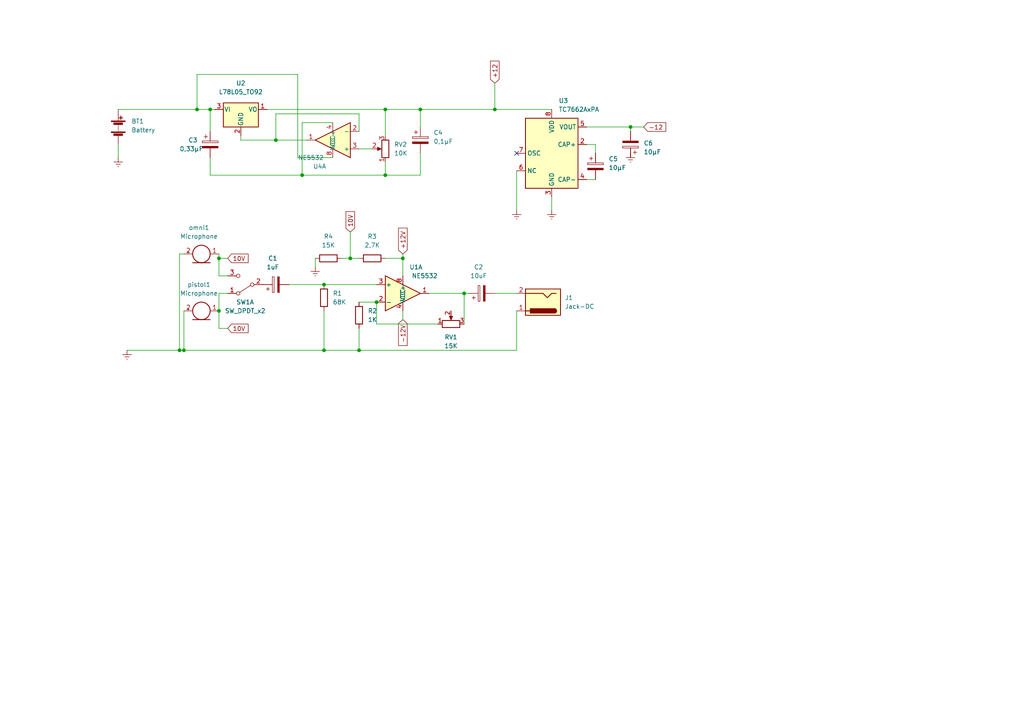
<source format=kicad_sch>
(kicad_sch (version 20211123) (generator eeschema)
  (paper "A4")
  (lib_symbols
    (symbol "Amplifier_Operational:NE5532" (pin_names (offset 0.127))
      (property "Reference" "U1" (at 3.81 7.62 0))
      (property "Value" "NE5532" (at 6.35 5.08 0))
      (symbol "NE5532_1_1"
        (polyline (pts (xy -5.08 5.08) (xy 5.08 0) (xy -5.08 -5.08) (xy -5.08 5.08)) (stroke (width 0.254)) (fill (type background)))
        (pin output line (at 7.62 0 180) (length 2.54) (name "~") (number "1"))
        (pin input line (at -7.62 -2.54 0) (length 2.54) (name "-") (number "2"))
        (pin input line (at -7.62 2.54 0) (length 2.54) (name "+") (number "3"))
        (pin input line (at 0 -5.08 90) (length 2.54) (name "VCC-") (number "4"))
        (pin input line (at 0 5.08 270) (length 2.54) (name "VCC+") (number "8"))
      )
      (symbol "NE5532_2_1"
        (polyline (pts (xy -5.08 5.08) (xy 5.08 0) (xy -5.08 -5.08) (xy -5.08 5.08)) (stroke (width 0.254)) (fill (type background)))
        (pin input line (at -7.62 2.54 0) (length 2.54) (name "+") (number "5"))
        (pin input line (at -7.62 -2.54 0) (length 2.54) (name "-") (number "6"))
        (pin output line (at 7.62 0 180) (length 2.54) (name "~") (number "7"))
      )
      (symbol "NE5532_3_1"
        (pin power_in line (at -2.54 -7.62 90) (length 3.81) (name "V-") (number "4"))
        (pin power_in line (at -2.54 7.62 270) (length 3.81) (name "V+") (number "8"))
      )
    )
    (symbol "Connector:Jack-DC" (pin_names (offset 1.016))
      (property "Reference" "J" (at 0 5.334 0))
      (property "Value" "Jack-DC" (at 0 -5.08 0))
      (symbol "Jack-DC_0_1"
        (rectangle (start -5.08 3.81) (end 5.08 -3.81) (stroke (width 0.254)) (fill (type background)))
        (arc (start -3.302 3.175) (mid -3.937 2.54) (end -3.302 1.905) (stroke (width 0.254)))
        (arc (start -3.302 3.175) (mid -3.937 2.54) (end -3.302 1.905) (stroke (width 0.254)) (fill (type outline)))
        (polyline (pts (xy 5.08 2.54) (xy 3.81 2.54)) (stroke (width 0.254)))
        (polyline (pts (xy -3.81 -2.54) (xy -2.54 -2.54) (xy -1.27 -1.27) (xy 0 -2.54) (xy 2.54 -2.54) (xy 5.08 -2.54)) (stroke (width 0.254)))
        (rectangle (start 3.683 3.175) (end -3.302 1.905) (stroke (width 0.254)) (fill (type outline)))
      )
      (symbol "Jack-DC_1_1"
        (pin passive line (at 7.62 2.54 180) (length 2.54) (name "~") (number "1"))
        (pin passive line (at 7.62 -2.54 180) (length 2.54) (name "~") (number "2"))
      )
    )
    (symbol "Converter_DCDC:TC7662AxPA"
      (property "Reference" "U" (at -6.35 11.43 0))
      (property "Value" "TC7662AxPA" (at 7.62 11.43 0))
      (symbol "TC7662AxPA_0_1"
        (rectangle (start -7.62 10.16) (end 7.62 -10.16) (stroke (width 0.254)) (fill (type background)))
      )
      (symbol "TC7662AxPA_1_1"
        (pin no_connect line (at -7.62 5.08 0) (length 2.54) hide (name "NC") (number "1"))
        (pin passive line (at 10.16 2.54 180) (length 2.54) (name "CAP+") (number "2"))
        (pin power_in line (at 0 -12.7 90) (length 2.54) (name "GND") (number "3"))
        (pin passive line (at 10.16 -7.62 180) (length 2.54) (name "CAP-") (number "4"))
        (pin power_out line (at 10.16 7.62 180) (length 2.54) (name "VOUT") (number "5"))
        (pin passive line (at -10.16 -5.08 0) (length 2.54) (name "NC") (number "6"))
        (pin passive line (at -10.16 0 0) (length 2.54) (name "OSC") (number "7"))
        (pin power_in line (at 0 12.7 270) (length 2.54) (name "VDD") (number "8"))
      )
    )
    (symbol "Device:Battery" (pin_numbers hide) (pin_names (offset 0) hide)
      (property "Reference" "BT" (at 2.54 2.54 0))
      (property "Value" "Battery" (at 2.54 0 0))
      (symbol "Battery_0_1"
        (rectangle (start -2.032 -1.397) (end 2.032 -1.651) (fill (type outline)))
        (rectangle (start -2.032 1.778) (end 2.032 1.524) (fill (type outline)))
        (rectangle (start -1.3208 -1.9812) (end 1.27 -2.4892) (fill (type outline)))
        (rectangle (start -1.3208 1.1938) (end 1.27 0.6858) (fill (type outline)))
        (polyline (pts (xy 0 -1.524) (xy 0 -1.27)))
        (polyline (pts (xy 0 -1.016) (xy 0 -0.762)))
        (polyline (pts (xy 0 -0.508) (xy 0 -0.254)))
        (polyline (pts (xy 0 0) (xy 0 0.254)))
        (polyline (pts (xy 0 0.508) (xy 0 0.762)))
        (polyline (pts (xy 0 1.778) (xy 0 2.54)))
        (polyline (pts (xy 0.254 2.667) (xy 1.27 2.667)) (stroke (width 0.254)))
        (polyline (pts (xy 0.762 3.175) (xy 0.762 2.159)) (stroke (width 0.254)))
      )
      (symbol "Battery_1_1"
        (pin passive line (at 0 5.08 270) (length 2.54) (name "+") (number "1"))
        (pin passive line (at 0 -5.08 90) (length 2.54) (name "-") (number "2"))
      )
    )
    (symbol "Device:C_Polarized" (pin_numbers hide) (pin_names (offset 0.254))
      (property "Reference" "C" (at 0.635 2.54 0))
      (property "Value" "C_Polarized" (at 0.635 -2.54 0))
      (symbol "C_Polarized_0_1"
        (rectangle (start -2.286 0.508) (end 2.286 1.016))
        (polyline (pts (xy -1.778 2.286) (xy -0.762 2.286)))
        (polyline (pts (xy -1.27 2.794) (xy -1.27 1.778)))
        (rectangle (start 2.286 -0.508) (end -2.286 -1.016) (fill (type outline)))
      )
      (symbol "C_Polarized_1_1"
        (pin passive line (at 0 3.81 270) (length 2.794) (name "~") (number "1"))
        (pin passive line (at 0 -3.81 90) (length 2.794) (name "~") (number "2"))
      )
    )
    (symbol "Device:Microphone" (pin_names (offset 0.0254) hide)
      (property "Reference" "MK" (at -3.81 1.27 0))
      (property "Value" "Microphone" (at -3.81 -0.635 0))
      (symbol "Microphone_0_1"
        (polyline (pts (xy -2.54 2.54) (xy -2.54 -2.54)) (stroke (width 0.254)))
        (polyline (pts (xy 0.254 3.81) (xy 0.762 3.81)))
        (polyline (pts (xy 0.508 4.064) (xy 0.508 3.556)))
        (circle (center 0 0) (radius 2.54) (stroke (width 0.254)))
      )
      (symbol "Microphone_1_1"
        (pin passive line (at 0 -5.08 90) (length 2.54) (name "-") (number "1"))
        (pin passive line (at 0 5.08 270) (length 2.54) (name "+") (number "2"))
      )
    )
    (symbol "Device:R" (pin_numbers hide) (pin_names (offset 0))
      (property "Reference" "R" (at 2.032 0 90))
      (property "Value" "R" (at 0 0 90))
      (symbol "R_0_1"
        (rectangle (start -1.016 -2.54) (end 1.016 2.54) (stroke (width 0.254)))
      )
      (symbol "R_1_1"
        (pin passive line (at 0 3.81 270) (length 1.27) (name "~") (number "1"))
        (pin passive line (at 0 -3.81 90) (length 1.27) (name "~") (number "2"))
      )
    )
    (symbol "Device:R_Potentiometer" (pin_names (offset 1.016) hide)
      (property "Reference" "RV" (at -4.445 0 90))
      (property "Value" "R_Potentiometer" (at -2.54 0 90))
      (symbol "R_Potentiometer_0_1"
        (polyline (pts (xy 2.54 0) (xy 1.524 0)))
        (polyline (pts (xy 1.143 0) (xy 2.286 0.508) (xy 2.286 -0.508) (xy 1.143 0)) (fill (type outline)))
        (rectangle (start 1.016 2.54) (end -1.016 -2.54) (stroke (width 0.254)))
      )
      (symbol "R_Potentiometer_1_1"
        (pin passive line (at 0 3.81 270) (length 1.27) (name "1") (number "1"))
        (pin passive line (at 3.81 0 180) (length 1.27) (name "2") (number "2"))
        (pin passive line (at 0 -3.81 90) (length 1.27) (name "3") (number "3"))
      )
    )
    (symbol "Regulator_Linear:L78L05_TO92" (pin_names (offset 0.254))
      (property "Reference" "U" (at -3.81 3.175 0))
      (property "Value" "L78L05_TO92" (at 0 3.175 0))
      (symbol "L78L05_TO92_0_1"
        (rectangle (start -5.08 -5.08) (end 5.08 1.905) (stroke (width 0.254)) (fill (type background)))
      )
      (symbol "L78L05_TO92_1_1"
        (pin power_out line (at 7.62 0 180) (length 2.54) (name "VO") (number "1"))
        (pin power_in line (at 0 -7.62 90) (length 2.54) (name "GND") (number "2"))
        (pin power_in line (at -7.62 0 0) (length 2.54) (name "VI") (number "3"))
      )
    )
    (symbol "Switch:SW_DPDT_x2" (pin_names (offset 0) hide)
      (property "Reference" "SW" (at 0 4.318 0))
      (property "Value" "SW_DPDT_x2" (at 0 -5.08 0))
      (symbol "SW_DPDT_x2_0_0"
        (circle (center -2.032 0) (radius 0.508))
        (circle (center 2.032 -2.54) (radius 0.508))
      )
      (symbol "SW_DPDT_x2_0_1"
        (polyline (pts (xy -1.524 0.254) (xy 1.651 2.286)))
        (circle (center 2.032 2.54) (radius 0.508))
      )
      (symbol "SW_DPDT_x2_1_1"
        (pin passive line (at 5.08 2.54 180) (length 2.54) (name "A") (number "1"))
        (pin passive line (at -5.08 0 0) (length 2.54) (name "B") (number "2"))
        (pin passive line (at 5.08 -2.54 180) (length 2.54) (name "C") (number "3"))
      )
      (symbol "SW_DPDT_x2_2_1"
        (pin passive line (at 5.08 2.54 180) (length 2.54) (name "A") (number "4"))
        (pin passive line (at -5.08 0 0) (length 2.54) (name "B") (number "5"))
        (pin passive line (at 5.08 -2.54 180) (length 2.54) (name "C") (number "6"))
      )
    )
    (symbol "power:Earth" (power) (pin_names (offset 0))
      (symbol "Earth_0_1"
        (polyline (pts (xy -0.635 -1.905) (xy 0.635 -1.905)))
        (polyline (pts (xy -0.127 -2.54) (xy 0.127 -2.54)))
        (polyline (pts (xy 0 -1.27) (xy 0 0)))
        (polyline (pts (xy 1.27 -1.27) (xy -1.27 -1.27)))
      )
      (symbol "Earth_1_1"
        (pin power_in line (at 0 0 270) (length 0) hide (name "Earth") (number "1"))
      )
    )
  )
  (junction (at 134.62 85.09))
  (junction (at 109.22 87.63))
  (junction (at 116.84 74.93))
  (junction (at 93.98 82.55))
  (junction (at 60.96 31.75))
  (junction (at 52.07 101.6))
  (junction (at 101.6 74.93))
  (junction (at 63.5 90.17))
  (junction (at 63.5 74.93))
  (junction (at 87.63 50.8))
  (junction (at 53.34 101.6))
  (junction (at 111.76 31.75))
  (junction (at 80.01 40.64))
  (junction (at 104.14 101.6))
  (junction (at 57.15 31.75))
  (junction (at 121.92 31.75))
  (junction (at 143.51 31.75))
  (junction (at 111.76 50.8))
  (junction (at 182.88 36.83))
  (junction (at 93.98 101.6))
  (no_connect (at 149.86 44.45))
  (wire (pts (xy 96.52 35.56) (xy 87.63 35.56)))
  (wire (pts (xy 63.5 74.93) (xy 63.5 80.01)))
  (wire (pts (xy 104.14 87.63) (xy 109.22 87.63)))
  (wire (pts (xy 111.76 74.93) (xy 116.84 74.93)))
  (wire (pts (xy 69.85 39.37) (xy 69.85 40.64)))
  (wire (pts (xy 63.5 74.93) (xy 66.04 74.93)))
  (wire (pts (xy 109.22 87.63) (xy 109.22 93.98)))
  (wire (pts (xy 60.96 31.75) (xy 60.96 38.1)))
  (wire (pts (xy 121.92 31.75) (xy 143.51 31.75)))
  (wire (pts (xy 182.88 38.1) (xy 182.88 36.83)))
  (wire (pts (xy 104.14 38.1) (xy 104.14 33.02)))
  (wire (pts (xy 104.14 33.02) (xy 80.01 33.02)))
  (wire (pts (xy 36.83 101.6) (xy 52.07 101.6)))
  (wire (pts (xy 34.29 41.91) (xy 34.29 45.72)))
  (wire (pts (xy 77.47 31.75) (xy 111.76 31.75)))
  (wire (pts (xy 66.04 85.09) (xy 63.5 85.09)))
  (wire (pts (xy 52.07 101.6) (xy 53.34 101.6)))
  (wire (pts (xy 63.5 85.09) (xy 63.5 90.17)))
  (wire (pts (xy 53.34 73.66) (xy 52.07 73.66)))
  (wire (pts (xy 83.82 82.55) (xy 93.98 82.55)))
  (wire (pts (xy 93.98 101.6) (xy 104.14 101.6)))
  (wire (pts (xy 182.88 36.83) (xy 186.69 36.83)))
  (wire (pts (xy 34.29 31.75) (xy 57.15 31.75)))
  (wire (pts (xy 143.51 24.13) (xy 143.51 31.75)))
  (wire (pts (xy 104.14 43.18) (xy 107.95 43.18)))
  (wire (pts (xy 86.36 21.59) (xy 57.15 21.59)))
  (wire (pts (xy 182.88 45.72) (xy 182.88 44.45)))
  (wire (pts (xy 121.92 44.45) (xy 121.92 50.8)))
  (wire (pts (xy 101.6 74.93) (xy 104.14 74.93)))
  (wire (pts (xy 96.52 45.72) (xy 86.36 45.72)))
  (wire (pts (xy 60.96 31.75) (xy 62.23 31.75)))
  (wire (pts (xy 143.51 31.75) (xy 160.02 31.75)))
  (wire (pts (xy 57.15 21.59) (xy 57.15 31.75)))
  (wire (pts (xy 160.02 57.15) (xy 160.02 60.96)))
  (wire (pts (xy 104.14 95.25) (xy 104.14 101.6)))
  (wire (pts (xy 124.46 85.09) (xy 134.62 85.09)))
  (wire (pts (xy 91.44 74.93) (xy 91.44 77.47)))
  (wire (pts (xy 52.07 73.66) (xy 52.07 101.6)))
  (wire (pts (xy 104.14 101.6) (xy 149.86 101.6)))
  (wire (pts (xy 53.34 101.6) (xy 93.98 101.6)))
  (wire (pts (xy 93.98 82.55) (xy 109.22 82.55)))
  (wire (pts (xy 182.88 36.83) (xy 170.18 36.83)))
  (wire (pts (xy 134.62 85.09) (xy 135.89 85.09)))
  (wire (pts (xy 116.84 90.17) (xy 116.84 92.71)))
  (wire (pts (xy 69.85 40.64) (xy 80.01 40.64)))
  (wire (pts (xy 143.51 85.09) (xy 149.86 85.09)))
  (wire (pts (xy 116.84 74.93) (xy 116.84 80.01)))
  (wire (pts (xy 111.76 50.8) (xy 111.76 46.99)))
  (wire (pts (xy 80.01 40.64) (xy 88.9 40.64)))
  (wire (pts (xy 53.34 90.17) (xy 53.34 101.6)))
  (wire (pts (xy 134.62 85.09) (xy 134.62 93.98)))
  (wire (pts (xy 121.92 50.8) (xy 111.76 50.8)))
  (wire (pts (xy 172.72 44.45) (xy 172.72 41.91)))
  (wire (pts (xy 63.5 80.01) (xy 66.04 80.01)))
  (wire (pts (xy 111.76 31.75) (xy 111.76 39.37)))
  (wire (pts (xy 111.76 31.75) (xy 121.92 31.75)))
  (wire (pts (xy 63.5 95.25) (xy 63.5 90.17)))
  (wire (pts (xy 101.6 67.31) (xy 101.6 74.93)))
  (wire (pts (xy 99.06 74.93) (xy 101.6 74.93)))
  (wire (pts (xy 60.96 45.72) (xy 60.96 50.8)))
  (wire (pts (xy 93.98 90.17) (xy 93.98 101.6)))
  (wire (pts (xy 60.96 50.8) (xy 87.63 50.8)))
  (wire (pts (xy 116.84 74.93) (xy 116.84 73.66)))
  (wire (pts (xy 149.86 90.17) (xy 149.86 101.6)))
  (wire (pts (xy 149.86 49.53) (xy 149.86 60.96)))
  (wire (pts (xy 63.5 73.66) (xy 63.5 74.93)))
  (wire (pts (xy 57.15 31.75) (xy 60.96 31.75)))
  (wire (pts (xy 66.04 95.25) (xy 63.5 95.25)))
  (wire (pts (xy 127 93.98) (xy 109.22 93.98)))
  (wire (pts (xy 86.36 21.59) (xy 86.36 45.72)))
  (wire (pts (xy 172.72 41.91) (xy 170.18 41.91)))
  (wire (pts (xy 87.63 35.56) (xy 87.63 50.8)))
  (wire (pts (xy 80.01 33.02) (xy 80.01 40.64)))
  (wire (pts (xy 87.63 50.8) (xy 111.76 50.8)))
  (wire (pts (xy 121.92 31.75) (xy 121.92 36.83)))
  (wire (pts (xy 172.72 52.07) (xy 170.18 52.07)))
  (global_label "-12V" (shape input) (at 116.84 92.71 270) (property "Références Inter-Feuilles" "${INTERSHEET_REFS}" (effects hide)))
  (global_label "10V" (shape input) (at 66.04 74.93 0) (property "Références Inter-Feuilles" "${INTERSHEET_REFS}" (effects hide)))
  (global_label "10V" (shape input) (at 66.04 95.25 0) (property "Références Inter-Feuilles" "${INTERSHEET_REFS}" (effects hide)))
  (global_label "-12" (shape input) (at 186.69 36.83 0) (property "Références Inter-Feuilles" "${INTERSHEET_REFS}" (effects hide)))
  (global_label "+12V" (shape input) (at 116.84 73.66 90) (property "Références Inter-Feuilles" "${INTERSHEET_REFS}" (effects hide)))
  (global_label "10V" (shape input) (at 101.6 67.31 90) (property "Références Inter-Feuilles" "${INTERSHEET_REFS}" (effects hide)))
  (global_label "+12" (shape input) (at 143.51 24.13 90) (property "Références Inter-Feuilles" "${INTERSHEET_REFS}" (effects hide)))
  (symbol (lib_id "Device:Microphone") (at 58.42 90.17 90) (unit 1)
    (property "Reference" "pistol1" (at 57.7215 82.55 90))
    (property "Value" "Microphone" (at 57.7215 85.09 90))
    (property "Footprint" "Connector_PinSocket_1.27mm:PinSocket_1x02_P1.27mm_Vertical" (effects hide))
  )
  (symbol (lib_id "Connector:Jack-DC") (at 157.48 87.63 180) (unit 1)
    (property "Reference" "J1" (at 163.83 86.3599 0) (effects (justify right)))
    (property "Value" "Jack-DC" (at 163.83 88.8999 0) (effects (justify right)))
    (property "Footprint" "Connector_Audio:Jack_3.5mm_CUI_SJ-3523-SMT_Horizontal" (effects hide))
  )
  (symbol (lib_id "Converter_DCDC:TC7662AxPA") (at 160.02 44.45 0) (unit 1)
    (property "Reference" "U3" (at 162.0394 29.21 0) (effects (justify left)))
    (property "Value" "TC7662AxPA" (at 162.0394 31.75 0) (effects (justify left)))
    (property "Footprint" "Package_SO:SOIC-8_3.9x4.9mm_P1.27mm" (effects hide))
    (property "Datasheet" "http://ww1.microchip.com/downloads/en/DeviceDoc/21468B.pdf" (effects hide))
  )
  (symbol (lib_id "Device:C_Polarized") (at 182.88 41.91 180) (unit 1)
    (property "Reference" "C6" (at 186.69 41.5289 0) (effects (justify right)))
    (property "Value" "10µF" (at 186.69 44.0689 0) (effects (justify right)))
    (property "Footprint" "Capacitor_THT:CP_Radial_Tantal_D5.0mm_P2.50mm" (effects hide))
  )
  (symbol (lib_id "Amplifier_Operational:NE5532") (at 116.84 85.09 0) (unit 1)
    (property "Reference" "U1" (at 120.65 77.47 0))
    (property "Value" "NE5532" (at 123.19 80.01 0))
    (property "Footprint" "Package_DIP:DIP-8_W7.62mm" (effects hide))
    (property "Datasheet" "http://www.ti.com/lit/ds/symlink/ne5532.pdf" (effects hide))
  )
  (symbol (lib_id "Regulator_Linear:L78L05_TO92") (at 69.85 31.75 0) (unit 1)
    (property "Reference" "U2" (at 69.85 24.13 0))
    (property "Value" "L78L05_TO92" (at 69.85 26.67 0))
    (property "Footprint" "Package_TO_SOT_THT:TO-92_Inline" (effects hide))
    (property "Datasheet" "http://www.st.com/content/ccc/resource/technical/document/datasheet/15/55/e5/aa/23/5b/43/fd/CD00000446.pdf/files/CD00000446.pdf/jcr:content/translations/en.CD00000446.pdf" (effects hide))
  )
  (symbol (lib_id "power:Earth") (at 149.86 60.96 0) (unit 1)
    (property "Reference" "#PWR0105" (effects hide))
    (property "Value" "Earth" (effects hide))
  )
  (symbol (lib_id "Device:C_Polarized") (at 60.96 41.91 0) (unit 1)
    (property "Reference" "C3" (at 54.61 40.64 0) (effects (justify left)))
    (property "Value" "0,33µF" (at 52.07 43.18 0) (effects (justify left)))
    (property "Footprint" "Capacitor_THT:C_Rect_L7.0mm_W2.0mm_P5.00mm" (effects hide))
  )
  (symbol (lib_id "power:Earth") (at 34.29 45.72 0) (unit 1)
    (property "Reference" "#PWR0102" (effects hide))
    (property "Value" "Earth" (effects hide))
  )
  (symbol (lib_id "Device:Battery") (at 34.29 36.83 0) (unit 1)
    (property "Reference" "BT1" (at 38.1 35.1789 0) (effects (justify left)))
    (property "Value" "Battery" (at 38.1 37.7189 0) (effects (justify left)))
    (property "Footprint" "Battery:BatteryHolder_Keystone_1042_1x18650" (effects hide))
  )
  (symbol (lib_id "Device:R_Potentiometer") (at 130.81 93.98 90) (unit 1)
    (property "Reference" "RV1" (at 130.81 97.79 90))
    (property "Value" "15K" (at 130.81 100.33 90))
    (property "Footprint" "Potentiometer_THT:Potentiometer_ACP_CA9-V10_Vertical" (effects hide))
  )
  (symbol (lib_id "Device:C_Polarized") (at 172.72 48.26 0) (unit 1)
    (property "Reference" "C5" (at 176.53 46.1009 0) (effects (justify left)))
    (property "Value" "10µF" (at 176.53 48.6409 0) (effects (justify left)))
    (property "Footprint" "Capacitor_THT:CP_Radial_Tantal_D5.0mm_P2.50mm" (effects hide))
  )
  (symbol (lib_id "power:Earth") (at 182.88 44.45 0) (unit 1)
    (property "Reference" "#PWR0103" (effects hide))
    (property "Value" "Earth" (effects hide))
  )
  (symbol (lib_id "Device:C_Polarized") (at 139.7 85.09 90) (unit 1)
    (property "Reference" "C2" (at 138.811 77.47 90))
    (property "Value" "10uF" (at 138.811 80.01 90))
    (property "Footprint" "Capacitor_THT:CP_Radial_Tantal_D5.0mm_P2.50mm" (effects hide))
  )
  (symbol (lib_id "Device:R") (at 95.25 74.93 90) (unit 1)
    (property "Reference" "R4" (at 95.25 68.58 90))
    (property "Value" "15K" (at 95.25 71.12 90))
    (property "Footprint" "Resistor_THT:R_Box_L14.0mm_W5.0mm_P9.00mm" (effects hide))
  )
  (symbol (lib_id "Device:R_Potentiometer") (at 111.76 43.18 180) (unit 1)
    (property "Reference" "RV2" (at 114.3 41.9099 0) (effects (justify right)))
    (property "Value" "10K" (at 114.3 44.4499 0) (effects (justify right)))
    (property "Footprint" "Potentiometer_THT:Potentiometer_ACP_CA9-V10_Vertical" (effects hide))
  )
  (symbol (lib_id "Device:R") (at 107.95 74.93 90) (unit 1)
    (property "Reference" "R3" (at 107.95 68.58 90))
    (property "Value" "2,7K" (at 107.95 71.12 90))
    (property "Footprint" "Resistor_THT:R_Box_L14.0mm_W5.0mm_P9.00mm" (effects hide))
  )
  (symbol (lib_id "power:Earth") (at 36.83 101.6 0) (unit 1)
    (property "Reference" "#PWR0101" (effects hide))
    (property "Value" "Earth" (effects hide))
  )
  (symbol (lib_id "Switch:SW_DPDT_x2") (at 71.12 82.55 180) (unit 1)
    (property "Reference" "SW1" (at 71.12 87.63 0))
    (property "Value" "SW_DPDT_x2" (at 71.12 90.17 0))
    (property "Footprint" "Button_Switch_THT:SW_CuK_JS202011AQN_DPDT_Angled" (effects hide))
  )
  (symbol (lib_id "Device:Microphone") (at 58.42 73.66 90) (unit 1)
    (property "Reference" "omni1" (at 57.7215 66.04 90))
    (property "Value" "Microphone" (at 57.7215 68.58 90))
    (property "Footprint" "Connector_PinSocket_1.27mm:PinSocket_1x02_P1.27mm_Vertical" (effects hide))
  )
  (symbol (lib_id "Device:C_Polarized") (at 121.92 40.64 0) (unit 1)
    (property "Reference" "C4" (at 125.73 38.4809 0) (effects (justify left)))
    (property "Value" "0,1µF" (at 125.73 41.0209 0) (effects (justify left)))
    (property "Footprint" "Capacitor_THT:C_Rect_L7.0mm_W2.0mm_P5.00mm" (effects hide))
  )
  (symbol (lib_id "Device:C_Polarized") (at 80.01 82.55 90) (unit 1)
    (property "Reference" "C1" (at 79.121 74.93 90))
    (property "Value" "1uF" (at 79.121 77.47 90))
    (property "Footprint" "Capacitor_THT:CP_Radial_Tantal_D4.5mm_P2.50mm" (effects hide))
  )
  (symbol (lib_id "Device:R") (at 104.14 91.44 0) (unit 1)
    (property "Reference" "R2" (at 106.68 90.1699 0) (effects (justify left)))
    (property "Value" "1K" (at 106.68 92.7099 0) (effects (justify left)))
    (property "Footprint" "Resistor_THT:R_Box_L14.0mm_W5.0mm_P9.00mm" (effects hide))
  )
  (symbol (lib_id "power:Earth") (at 160.02 60.96 0) (unit 1)
    (property "Reference" "#PWR0104" (effects hide))
    (property "Value" "Earth" (effects hide))
  )
  (symbol (lib_id "power:Earth") (at 91.44 77.47 0) (unit 1)
    (property "Reference" "#PWR0106" (effects hide))
    (property "Value" "Earth" (effects hide))
  )
  (symbol (lib_id "Device:R") (at 93.98 86.36 0) (unit 1)
    (property "Reference" "R1" (at 96.52 85.0899 0) (effects (justify left)))
    (property "Value" "68K" (at 96.52 87.6299 0) (effects (justify left)))
    (property "Footprint" "Resistor_THT:R_Box_L14.0mm_W5.0mm_P9.00mm" (effects hide))
  )
  (symbol (lib_id "Amplifier_Operational:NE5532") (at 96.52 40.64 180) (unit 1)
    (property "Reference" "U4" (at 92.71 48.26 0))
    (property "Value" "NE5532" (at 90.17 45.72 0))
    (property "Footprint" "Package_DIP:DIP-8_W7.62mm" (effects hide))
    (property "Datasheet" "http://www.ti.com/lit/ds/symlink/ne5532.pdf" (effects hide))
  )
)
</source>
